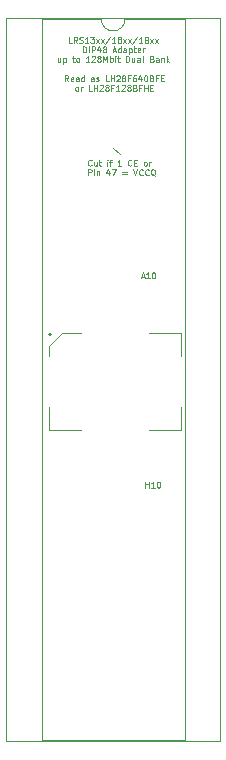
<source format=gbr>
%TF.GenerationSoftware,KiCad,Pcbnew,8.0.3*%
%TF.CreationDate,2024-11-10T13:10:44-08:00*%
%TF.ProjectId,LCSP072rev2,4c435350-3037-4327-9265-76322e6b6963,rev?*%
%TF.SameCoordinates,Original*%
%TF.FileFunction,Legend,Top*%
%TF.FilePolarity,Positive*%
%FSLAX46Y46*%
G04 Gerber Fmt 4.6, Leading zero omitted, Abs format (unit mm)*
G04 Created by KiCad (PCBNEW 8.0.3) date 2024-11-10 13:10:44*
%MOMM*%
%LPD*%
G01*
G04 APERTURE LIST*
%ADD10C,0.100000*%
%ADD11C,0.075000*%
%ADD12C,0.120000*%
%ADD13C,0.200000*%
G04 APERTURE END LIST*
D10*
X128825000Y-77175000D02*
X129400000Y-77700000D01*
D11*
X125044049Y-71529937D02*
X124877383Y-71291842D01*
X124758335Y-71529937D02*
X124758335Y-71029937D01*
X124758335Y-71029937D02*
X124948811Y-71029937D01*
X124948811Y-71029937D02*
X124996430Y-71053747D01*
X124996430Y-71053747D02*
X125020240Y-71077556D01*
X125020240Y-71077556D02*
X125044049Y-71125175D01*
X125044049Y-71125175D02*
X125044049Y-71196604D01*
X125044049Y-71196604D02*
X125020240Y-71244223D01*
X125020240Y-71244223D02*
X124996430Y-71268032D01*
X124996430Y-71268032D02*
X124948811Y-71291842D01*
X124948811Y-71291842D02*
X124758335Y-71291842D01*
X125448811Y-71506128D02*
X125401192Y-71529937D01*
X125401192Y-71529937D02*
X125305954Y-71529937D01*
X125305954Y-71529937D02*
X125258335Y-71506128D01*
X125258335Y-71506128D02*
X125234526Y-71458508D01*
X125234526Y-71458508D02*
X125234526Y-71268032D01*
X125234526Y-71268032D02*
X125258335Y-71220413D01*
X125258335Y-71220413D02*
X125305954Y-71196604D01*
X125305954Y-71196604D02*
X125401192Y-71196604D01*
X125401192Y-71196604D02*
X125448811Y-71220413D01*
X125448811Y-71220413D02*
X125472621Y-71268032D01*
X125472621Y-71268032D02*
X125472621Y-71315651D01*
X125472621Y-71315651D02*
X125234526Y-71363270D01*
X125901192Y-71529937D02*
X125901192Y-71268032D01*
X125901192Y-71268032D02*
X125877382Y-71220413D01*
X125877382Y-71220413D02*
X125829763Y-71196604D01*
X125829763Y-71196604D02*
X125734525Y-71196604D01*
X125734525Y-71196604D02*
X125686906Y-71220413D01*
X125901192Y-71506128D02*
X125853573Y-71529937D01*
X125853573Y-71529937D02*
X125734525Y-71529937D01*
X125734525Y-71529937D02*
X125686906Y-71506128D01*
X125686906Y-71506128D02*
X125663097Y-71458508D01*
X125663097Y-71458508D02*
X125663097Y-71410889D01*
X125663097Y-71410889D02*
X125686906Y-71363270D01*
X125686906Y-71363270D02*
X125734525Y-71339461D01*
X125734525Y-71339461D02*
X125853573Y-71339461D01*
X125853573Y-71339461D02*
X125901192Y-71315651D01*
X126353573Y-71529937D02*
X126353573Y-71029937D01*
X126353573Y-71506128D02*
X126305954Y-71529937D01*
X126305954Y-71529937D02*
X126210716Y-71529937D01*
X126210716Y-71529937D02*
X126163097Y-71506128D01*
X126163097Y-71506128D02*
X126139287Y-71482318D01*
X126139287Y-71482318D02*
X126115478Y-71434699D01*
X126115478Y-71434699D02*
X126115478Y-71291842D01*
X126115478Y-71291842D02*
X126139287Y-71244223D01*
X126139287Y-71244223D02*
X126163097Y-71220413D01*
X126163097Y-71220413D02*
X126210716Y-71196604D01*
X126210716Y-71196604D02*
X126305954Y-71196604D01*
X126305954Y-71196604D02*
X126353573Y-71220413D01*
X127186906Y-71529937D02*
X127186906Y-71268032D01*
X127186906Y-71268032D02*
X127163096Y-71220413D01*
X127163096Y-71220413D02*
X127115477Y-71196604D01*
X127115477Y-71196604D02*
X127020239Y-71196604D01*
X127020239Y-71196604D02*
X126972620Y-71220413D01*
X127186906Y-71506128D02*
X127139287Y-71529937D01*
X127139287Y-71529937D02*
X127020239Y-71529937D01*
X127020239Y-71529937D02*
X126972620Y-71506128D01*
X126972620Y-71506128D02*
X126948811Y-71458508D01*
X126948811Y-71458508D02*
X126948811Y-71410889D01*
X126948811Y-71410889D02*
X126972620Y-71363270D01*
X126972620Y-71363270D02*
X127020239Y-71339461D01*
X127020239Y-71339461D02*
X127139287Y-71339461D01*
X127139287Y-71339461D02*
X127186906Y-71315651D01*
X127401192Y-71506128D02*
X127448811Y-71529937D01*
X127448811Y-71529937D02*
X127544049Y-71529937D01*
X127544049Y-71529937D02*
X127591668Y-71506128D01*
X127591668Y-71506128D02*
X127615477Y-71458508D01*
X127615477Y-71458508D02*
X127615477Y-71434699D01*
X127615477Y-71434699D02*
X127591668Y-71387080D01*
X127591668Y-71387080D02*
X127544049Y-71363270D01*
X127544049Y-71363270D02*
X127472620Y-71363270D01*
X127472620Y-71363270D02*
X127425001Y-71339461D01*
X127425001Y-71339461D02*
X127401192Y-71291842D01*
X127401192Y-71291842D02*
X127401192Y-71268032D01*
X127401192Y-71268032D02*
X127425001Y-71220413D01*
X127425001Y-71220413D02*
X127472620Y-71196604D01*
X127472620Y-71196604D02*
X127544049Y-71196604D01*
X127544049Y-71196604D02*
X127591668Y-71220413D01*
X128448810Y-71529937D02*
X128210715Y-71529937D01*
X128210715Y-71529937D02*
X128210715Y-71029937D01*
X128615477Y-71529937D02*
X128615477Y-71029937D01*
X128615477Y-71268032D02*
X128901191Y-71268032D01*
X128901191Y-71529937D02*
X128901191Y-71029937D01*
X129115478Y-71077556D02*
X129139287Y-71053747D01*
X129139287Y-71053747D02*
X129186906Y-71029937D01*
X129186906Y-71029937D02*
X129305954Y-71029937D01*
X129305954Y-71029937D02*
X129353573Y-71053747D01*
X129353573Y-71053747D02*
X129377382Y-71077556D01*
X129377382Y-71077556D02*
X129401192Y-71125175D01*
X129401192Y-71125175D02*
X129401192Y-71172794D01*
X129401192Y-71172794D02*
X129377382Y-71244223D01*
X129377382Y-71244223D02*
X129091668Y-71529937D01*
X129091668Y-71529937D02*
X129401192Y-71529937D01*
X129686906Y-71244223D02*
X129639287Y-71220413D01*
X129639287Y-71220413D02*
X129615477Y-71196604D01*
X129615477Y-71196604D02*
X129591668Y-71148985D01*
X129591668Y-71148985D02*
X129591668Y-71125175D01*
X129591668Y-71125175D02*
X129615477Y-71077556D01*
X129615477Y-71077556D02*
X129639287Y-71053747D01*
X129639287Y-71053747D02*
X129686906Y-71029937D01*
X129686906Y-71029937D02*
X129782144Y-71029937D01*
X129782144Y-71029937D02*
X129829763Y-71053747D01*
X129829763Y-71053747D02*
X129853572Y-71077556D01*
X129853572Y-71077556D02*
X129877382Y-71125175D01*
X129877382Y-71125175D02*
X129877382Y-71148985D01*
X129877382Y-71148985D02*
X129853572Y-71196604D01*
X129853572Y-71196604D02*
X129829763Y-71220413D01*
X129829763Y-71220413D02*
X129782144Y-71244223D01*
X129782144Y-71244223D02*
X129686906Y-71244223D01*
X129686906Y-71244223D02*
X129639287Y-71268032D01*
X129639287Y-71268032D02*
X129615477Y-71291842D01*
X129615477Y-71291842D02*
X129591668Y-71339461D01*
X129591668Y-71339461D02*
X129591668Y-71434699D01*
X129591668Y-71434699D02*
X129615477Y-71482318D01*
X129615477Y-71482318D02*
X129639287Y-71506128D01*
X129639287Y-71506128D02*
X129686906Y-71529937D01*
X129686906Y-71529937D02*
X129782144Y-71529937D01*
X129782144Y-71529937D02*
X129829763Y-71506128D01*
X129829763Y-71506128D02*
X129853572Y-71482318D01*
X129853572Y-71482318D02*
X129877382Y-71434699D01*
X129877382Y-71434699D02*
X129877382Y-71339461D01*
X129877382Y-71339461D02*
X129853572Y-71291842D01*
X129853572Y-71291842D02*
X129829763Y-71268032D01*
X129829763Y-71268032D02*
X129782144Y-71244223D01*
X130258334Y-71268032D02*
X130091667Y-71268032D01*
X130091667Y-71529937D02*
X130091667Y-71029937D01*
X130091667Y-71029937D02*
X130329762Y-71029937D01*
X130734524Y-71029937D02*
X130639286Y-71029937D01*
X130639286Y-71029937D02*
X130591667Y-71053747D01*
X130591667Y-71053747D02*
X130567857Y-71077556D01*
X130567857Y-71077556D02*
X130520238Y-71148985D01*
X130520238Y-71148985D02*
X130496429Y-71244223D01*
X130496429Y-71244223D02*
X130496429Y-71434699D01*
X130496429Y-71434699D02*
X130520238Y-71482318D01*
X130520238Y-71482318D02*
X130544048Y-71506128D01*
X130544048Y-71506128D02*
X130591667Y-71529937D01*
X130591667Y-71529937D02*
X130686905Y-71529937D01*
X130686905Y-71529937D02*
X130734524Y-71506128D01*
X130734524Y-71506128D02*
X130758333Y-71482318D01*
X130758333Y-71482318D02*
X130782143Y-71434699D01*
X130782143Y-71434699D02*
X130782143Y-71315651D01*
X130782143Y-71315651D02*
X130758333Y-71268032D01*
X130758333Y-71268032D02*
X130734524Y-71244223D01*
X130734524Y-71244223D02*
X130686905Y-71220413D01*
X130686905Y-71220413D02*
X130591667Y-71220413D01*
X130591667Y-71220413D02*
X130544048Y-71244223D01*
X130544048Y-71244223D02*
X130520238Y-71268032D01*
X130520238Y-71268032D02*
X130496429Y-71315651D01*
X131210714Y-71196604D02*
X131210714Y-71529937D01*
X131091666Y-71006128D02*
X130972619Y-71363270D01*
X130972619Y-71363270D02*
X131282142Y-71363270D01*
X131567856Y-71029937D02*
X131615475Y-71029937D01*
X131615475Y-71029937D02*
X131663094Y-71053747D01*
X131663094Y-71053747D02*
X131686904Y-71077556D01*
X131686904Y-71077556D02*
X131710713Y-71125175D01*
X131710713Y-71125175D02*
X131734523Y-71220413D01*
X131734523Y-71220413D02*
X131734523Y-71339461D01*
X131734523Y-71339461D02*
X131710713Y-71434699D01*
X131710713Y-71434699D02*
X131686904Y-71482318D01*
X131686904Y-71482318D02*
X131663094Y-71506128D01*
X131663094Y-71506128D02*
X131615475Y-71529937D01*
X131615475Y-71529937D02*
X131567856Y-71529937D01*
X131567856Y-71529937D02*
X131520237Y-71506128D01*
X131520237Y-71506128D02*
X131496428Y-71482318D01*
X131496428Y-71482318D02*
X131472618Y-71434699D01*
X131472618Y-71434699D02*
X131448809Y-71339461D01*
X131448809Y-71339461D02*
X131448809Y-71220413D01*
X131448809Y-71220413D02*
X131472618Y-71125175D01*
X131472618Y-71125175D02*
X131496428Y-71077556D01*
X131496428Y-71077556D02*
X131520237Y-71053747D01*
X131520237Y-71053747D02*
X131567856Y-71029937D01*
X132115475Y-71268032D02*
X132186903Y-71291842D01*
X132186903Y-71291842D02*
X132210713Y-71315651D01*
X132210713Y-71315651D02*
X132234522Y-71363270D01*
X132234522Y-71363270D02*
X132234522Y-71434699D01*
X132234522Y-71434699D02*
X132210713Y-71482318D01*
X132210713Y-71482318D02*
X132186903Y-71506128D01*
X132186903Y-71506128D02*
X132139284Y-71529937D01*
X132139284Y-71529937D02*
X131948808Y-71529937D01*
X131948808Y-71529937D02*
X131948808Y-71029937D01*
X131948808Y-71029937D02*
X132115475Y-71029937D01*
X132115475Y-71029937D02*
X132163094Y-71053747D01*
X132163094Y-71053747D02*
X132186903Y-71077556D01*
X132186903Y-71077556D02*
X132210713Y-71125175D01*
X132210713Y-71125175D02*
X132210713Y-71172794D01*
X132210713Y-71172794D02*
X132186903Y-71220413D01*
X132186903Y-71220413D02*
X132163094Y-71244223D01*
X132163094Y-71244223D02*
X132115475Y-71268032D01*
X132115475Y-71268032D02*
X131948808Y-71268032D01*
X132615475Y-71268032D02*
X132448808Y-71268032D01*
X132448808Y-71529937D02*
X132448808Y-71029937D01*
X132448808Y-71029937D02*
X132686903Y-71029937D01*
X132877379Y-71268032D02*
X133044046Y-71268032D01*
X133115474Y-71529937D02*
X132877379Y-71529937D01*
X132877379Y-71529937D02*
X132877379Y-71029937D01*
X132877379Y-71029937D02*
X133115474Y-71029937D01*
X125722620Y-72334909D02*
X125675001Y-72311100D01*
X125675001Y-72311100D02*
X125651191Y-72287290D01*
X125651191Y-72287290D02*
X125627382Y-72239671D01*
X125627382Y-72239671D02*
X125627382Y-72096814D01*
X125627382Y-72096814D02*
X125651191Y-72049195D01*
X125651191Y-72049195D02*
X125675001Y-72025385D01*
X125675001Y-72025385D02*
X125722620Y-72001576D01*
X125722620Y-72001576D02*
X125794048Y-72001576D01*
X125794048Y-72001576D02*
X125841667Y-72025385D01*
X125841667Y-72025385D02*
X125865477Y-72049195D01*
X125865477Y-72049195D02*
X125889286Y-72096814D01*
X125889286Y-72096814D02*
X125889286Y-72239671D01*
X125889286Y-72239671D02*
X125865477Y-72287290D01*
X125865477Y-72287290D02*
X125841667Y-72311100D01*
X125841667Y-72311100D02*
X125794048Y-72334909D01*
X125794048Y-72334909D02*
X125722620Y-72334909D01*
X126103572Y-72334909D02*
X126103572Y-72001576D01*
X126103572Y-72096814D02*
X126127382Y-72049195D01*
X126127382Y-72049195D02*
X126151191Y-72025385D01*
X126151191Y-72025385D02*
X126198810Y-72001576D01*
X126198810Y-72001576D02*
X126246429Y-72001576D01*
X127032143Y-72334909D02*
X126794048Y-72334909D01*
X126794048Y-72334909D02*
X126794048Y-71834909D01*
X127198810Y-72334909D02*
X127198810Y-71834909D01*
X127198810Y-72073004D02*
X127484524Y-72073004D01*
X127484524Y-72334909D02*
X127484524Y-71834909D01*
X127698811Y-71882528D02*
X127722620Y-71858719D01*
X127722620Y-71858719D02*
X127770239Y-71834909D01*
X127770239Y-71834909D02*
X127889287Y-71834909D01*
X127889287Y-71834909D02*
X127936906Y-71858719D01*
X127936906Y-71858719D02*
X127960715Y-71882528D01*
X127960715Y-71882528D02*
X127984525Y-71930147D01*
X127984525Y-71930147D02*
X127984525Y-71977766D01*
X127984525Y-71977766D02*
X127960715Y-72049195D01*
X127960715Y-72049195D02*
X127675001Y-72334909D01*
X127675001Y-72334909D02*
X127984525Y-72334909D01*
X128270239Y-72049195D02*
X128222620Y-72025385D01*
X128222620Y-72025385D02*
X128198810Y-72001576D01*
X128198810Y-72001576D02*
X128175001Y-71953957D01*
X128175001Y-71953957D02*
X128175001Y-71930147D01*
X128175001Y-71930147D02*
X128198810Y-71882528D01*
X128198810Y-71882528D02*
X128222620Y-71858719D01*
X128222620Y-71858719D02*
X128270239Y-71834909D01*
X128270239Y-71834909D02*
X128365477Y-71834909D01*
X128365477Y-71834909D02*
X128413096Y-71858719D01*
X128413096Y-71858719D02*
X128436905Y-71882528D01*
X128436905Y-71882528D02*
X128460715Y-71930147D01*
X128460715Y-71930147D02*
X128460715Y-71953957D01*
X128460715Y-71953957D02*
X128436905Y-72001576D01*
X128436905Y-72001576D02*
X128413096Y-72025385D01*
X128413096Y-72025385D02*
X128365477Y-72049195D01*
X128365477Y-72049195D02*
X128270239Y-72049195D01*
X128270239Y-72049195D02*
X128222620Y-72073004D01*
X128222620Y-72073004D02*
X128198810Y-72096814D01*
X128198810Y-72096814D02*
X128175001Y-72144433D01*
X128175001Y-72144433D02*
X128175001Y-72239671D01*
X128175001Y-72239671D02*
X128198810Y-72287290D01*
X128198810Y-72287290D02*
X128222620Y-72311100D01*
X128222620Y-72311100D02*
X128270239Y-72334909D01*
X128270239Y-72334909D02*
X128365477Y-72334909D01*
X128365477Y-72334909D02*
X128413096Y-72311100D01*
X128413096Y-72311100D02*
X128436905Y-72287290D01*
X128436905Y-72287290D02*
X128460715Y-72239671D01*
X128460715Y-72239671D02*
X128460715Y-72144433D01*
X128460715Y-72144433D02*
X128436905Y-72096814D01*
X128436905Y-72096814D02*
X128413096Y-72073004D01*
X128413096Y-72073004D02*
X128365477Y-72049195D01*
X128841667Y-72073004D02*
X128675000Y-72073004D01*
X128675000Y-72334909D02*
X128675000Y-71834909D01*
X128675000Y-71834909D02*
X128913095Y-71834909D01*
X129365476Y-72334909D02*
X129079762Y-72334909D01*
X129222619Y-72334909D02*
X129222619Y-71834909D01*
X129222619Y-71834909D02*
X129175000Y-71906338D01*
X129175000Y-71906338D02*
X129127381Y-71953957D01*
X129127381Y-71953957D02*
X129079762Y-71977766D01*
X129555952Y-71882528D02*
X129579761Y-71858719D01*
X129579761Y-71858719D02*
X129627380Y-71834909D01*
X129627380Y-71834909D02*
X129746428Y-71834909D01*
X129746428Y-71834909D02*
X129794047Y-71858719D01*
X129794047Y-71858719D02*
X129817856Y-71882528D01*
X129817856Y-71882528D02*
X129841666Y-71930147D01*
X129841666Y-71930147D02*
X129841666Y-71977766D01*
X129841666Y-71977766D02*
X129817856Y-72049195D01*
X129817856Y-72049195D02*
X129532142Y-72334909D01*
X129532142Y-72334909D02*
X129841666Y-72334909D01*
X130127380Y-72049195D02*
X130079761Y-72025385D01*
X130079761Y-72025385D02*
X130055951Y-72001576D01*
X130055951Y-72001576D02*
X130032142Y-71953957D01*
X130032142Y-71953957D02*
X130032142Y-71930147D01*
X130032142Y-71930147D02*
X130055951Y-71882528D01*
X130055951Y-71882528D02*
X130079761Y-71858719D01*
X130079761Y-71858719D02*
X130127380Y-71834909D01*
X130127380Y-71834909D02*
X130222618Y-71834909D01*
X130222618Y-71834909D02*
X130270237Y-71858719D01*
X130270237Y-71858719D02*
X130294046Y-71882528D01*
X130294046Y-71882528D02*
X130317856Y-71930147D01*
X130317856Y-71930147D02*
X130317856Y-71953957D01*
X130317856Y-71953957D02*
X130294046Y-72001576D01*
X130294046Y-72001576D02*
X130270237Y-72025385D01*
X130270237Y-72025385D02*
X130222618Y-72049195D01*
X130222618Y-72049195D02*
X130127380Y-72049195D01*
X130127380Y-72049195D02*
X130079761Y-72073004D01*
X130079761Y-72073004D02*
X130055951Y-72096814D01*
X130055951Y-72096814D02*
X130032142Y-72144433D01*
X130032142Y-72144433D02*
X130032142Y-72239671D01*
X130032142Y-72239671D02*
X130055951Y-72287290D01*
X130055951Y-72287290D02*
X130079761Y-72311100D01*
X130079761Y-72311100D02*
X130127380Y-72334909D01*
X130127380Y-72334909D02*
X130222618Y-72334909D01*
X130222618Y-72334909D02*
X130270237Y-72311100D01*
X130270237Y-72311100D02*
X130294046Y-72287290D01*
X130294046Y-72287290D02*
X130317856Y-72239671D01*
X130317856Y-72239671D02*
X130317856Y-72144433D01*
X130317856Y-72144433D02*
X130294046Y-72096814D01*
X130294046Y-72096814D02*
X130270237Y-72073004D01*
X130270237Y-72073004D02*
X130222618Y-72049195D01*
X130698808Y-72073004D02*
X130770236Y-72096814D01*
X130770236Y-72096814D02*
X130794046Y-72120623D01*
X130794046Y-72120623D02*
X130817855Y-72168242D01*
X130817855Y-72168242D02*
X130817855Y-72239671D01*
X130817855Y-72239671D02*
X130794046Y-72287290D01*
X130794046Y-72287290D02*
X130770236Y-72311100D01*
X130770236Y-72311100D02*
X130722617Y-72334909D01*
X130722617Y-72334909D02*
X130532141Y-72334909D01*
X130532141Y-72334909D02*
X130532141Y-71834909D01*
X130532141Y-71834909D02*
X130698808Y-71834909D01*
X130698808Y-71834909D02*
X130746427Y-71858719D01*
X130746427Y-71858719D02*
X130770236Y-71882528D01*
X130770236Y-71882528D02*
X130794046Y-71930147D01*
X130794046Y-71930147D02*
X130794046Y-71977766D01*
X130794046Y-71977766D02*
X130770236Y-72025385D01*
X130770236Y-72025385D02*
X130746427Y-72049195D01*
X130746427Y-72049195D02*
X130698808Y-72073004D01*
X130698808Y-72073004D02*
X130532141Y-72073004D01*
X131198808Y-72073004D02*
X131032141Y-72073004D01*
X131032141Y-72334909D02*
X131032141Y-71834909D01*
X131032141Y-71834909D02*
X131270236Y-71834909D01*
X131460712Y-72334909D02*
X131460712Y-71834909D01*
X131460712Y-72073004D02*
X131746426Y-72073004D01*
X131746426Y-72334909D02*
X131746426Y-71834909D01*
X131984522Y-72073004D02*
X132151189Y-72073004D01*
X132222617Y-72334909D02*
X131984522Y-72334909D01*
X131984522Y-72334909D02*
X131984522Y-71834909D01*
X131984522Y-71834909D02*
X132222617Y-71834909D01*
X125338095Y-68274965D02*
X125100000Y-68274965D01*
X125100000Y-68274965D02*
X125100000Y-67774965D01*
X125790476Y-68274965D02*
X125623810Y-68036870D01*
X125504762Y-68274965D02*
X125504762Y-67774965D01*
X125504762Y-67774965D02*
X125695238Y-67774965D01*
X125695238Y-67774965D02*
X125742857Y-67798775D01*
X125742857Y-67798775D02*
X125766667Y-67822584D01*
X125766667Y-67822584D02*
X125790476Y-67870203D01*
X125790476Y-67870203D02*
X125790476Y-67941632D01*
X125790476Y-67941632D02*
X125766667Y-67989251D01*
X125766667Y-67989251D02*
X125742857Y-68013060D01*
X125742857Y-68013060D02*
X125695238Y-68036870D01*
X125695238Y-68036870D02*
X125504762Y-68036870D01*
X125980953Y-68251156D02*
X126052381Y-68274965D01*
X126052381Y-68274965D02*
X126171429Y-68274965D01*
X126171429Y-68274965D02*
X126219048Y-68251156D01*
X126219048Y-68251156D02*
X126242857Y-68227346D01*
X126242857Y-68227346D02*
X126266667Y-68179727D01*
X126266667Y-68179727D02*
X126266667Y-68132108D01*
X126266667Y-68132108D02*
X126242857Y-68084489D01*
X126242857Y-68084489D02*
X126219048Y-68060679D01*
X126219048Y-68060679D02*
X126171429Y-68036870D01*
X126171429Y-68036870D02*
X126076191Y-68013060D01*
X126076191Y-68013060D02*
X126028572Y-67989251D01*
X126028572Y-67989251D02*
X126004762Y-67965441D01*
X126004762Y-67965441D02*
X125980953Y-67917822D01*
X125980953Y-67917822D02*
X125980953Y-67870203D01*
X125980953Y-67870203D02*
X126004762Y-67822584D01*
X126004762Y-67822584D02*
X126028572Y-67798775D01*
X126028572Y-67798775D02*
X126076191Y-67774965D01*
X126076191Y-67774965D02*
X126195238Y-67774965D01*
X126195238Y-67774965D02*
X126266667Y-67798775D01*
X126742857Y-68274965D02*
X126457143Y-68274965D01*
X126600000Y-68274965D02*
X126600000Y-67774965D01*
X126600000Y-67774965D02*
X126552381Y-67846394D01*
X126552381Y-67846394D02*
X126504762Y-67894013D01*
X126504762Y-67894013D02*
X126457143Y-67917822D01*
X126909523Y-67774965D02*
X127219047Y-67774965D01*
X127219047Y-67774965D02*
X127052380Y-67965441D01*
X127052380Y-67965441D02*
X127123809Y-67965441D01*
X127123809Y-67965441D02*
X127171428Y-67989251D01*
X127171428Y-67989251D02*
X127195237Y-68013060D01*
X127195237Y-68013060D02*
X127219047Y-68060679D01*
X127219047Y-68060679D02*
X127219047Y-68179727D01*
X127219047Y-68179727D02*
X127195237Y-68227346D01*
X127195237Y-68227346D02*
X127171428Y-68251156D01*
X127171428Y-68251156D02*
X127123809Y-68274965D01*
X127123809Y-68274965D02*
X126980952Y-68274965D01*
X126980952Y-68274965D02*
X126933333Y-68251156D01*
X126933333Y-68251156D02*
X126909523Y-68227346D01*
X127385713Y-68274965D02*
X127647618Y-67941632D01*
X127385713Y-67941632D02*
X127647618Y-68274965D01*
X127790475Y-68274965D02*
X128052380Y-67941632D01*
X127790475Y-67941632D02*
X128052380Y-68274965D01*
X128599999Y-67751156D02*
X128171428Y-68394013D01*
X129028571Y-68274965D02*
X128742857Y-68274965D01*
X128885714Y-68274965D02*
X128885714Y-67774965D01*
X128885714Y-67774965D02*
X128838095Y-67846394D01*
X128838095Y-67846394D02*
X128790476Y-67894013D01*
X128790476Y-67894013D02*
X128742857Y-67917822D01*
X129314285Y-67989251D02*
X129266666Y-67965441D01*
X129266666Y-67965441D02*
X129242856Y-67941632D01*
X129242856Y-67941632D02*
X129219047Y-67894013D01*
X129219047Y-67894013D02*
X129219047Y-67870203D01*
X129219047Y-67870203D02*
X129242856Y-67822584D01*
X129242856Y-67822584D02*
X129266666Y-67798775D01*
X129266666Y-67798775D02*
X129314285Y-67774965D01*
X129314285Y-67774965D02*
X129409523Y-67774965D01*
X129409523Y-67774965D02*
X129457142Y-67798775D01*
X129457142Y-67798775D02*
X129480951Y-67822584D01*
X129480951Y-67822584D02*
X129504761Y-67870203D01*
X129504761Y-67870203D02*
X129504761Y-67894013D01*
X129504761Y-67894013D02*
X129480951Y-67941632D01*
X129480951Y-67941632D02*
X129457142Y-67965441D01*
X129457142Y-67965441D02*
X129409523Y-67989251D01*
X129409523Y-67989251D02*
X129314285Y-67989251D01*
X129314285Y-67989251D02*
X129266666Y-68013060D01*
X129266666Y-68013060D02*
X129242856Y-68036870D01*
X129242856Y-68036870D02*
X129219047Y-68084489D01*
X129219047Y-68084489D02*
X129219047Y-68179727D01*
X129219047Y-68179727D02*
X129242856Y-68227346D01*
X129242856Y-68227346D02*
X129266666Y-68251156D01*
X129266666Y-68251156D02*
X129314285Y-68274965D01*
X129314285Y-68274965D02*
X129409523Y-68274965D01*
X129409523Y-68274965D02*
X129457142Y-68251156D01*
X129457142Y-68251156D02*
X129480951Y-68227346D01*
X129480951Y-68227346D02*
X129504761Y-68179727D01*
X129504761Y-68179727D02*
X129504761Y-68084489D01*
X129504761Y-68084489D02*
X129480951Y-68036870D01*
X129480951Y-68036870D02*
X129457142Y-68013060D01*
X129457142Y-68013060D02*
X129409523Y-67989251D01*
X129671427Y-68274965D02*
X129933332Y-67941632D01*
X129671427Y-67941632D02*
X129933332Y-68274965D01*
X130076189Y-68274965D02*
X130338094Y-67941632D01*
X130076189Y-67941632D02*
X130338094Y-68274965D01*
X130885713Y-67751156D02*
X130457142Y-68394013D01*
X131314285Y-68274965D02*
X131028571Y-68274965D01*
X131171428Y-68274965D02*
X131171428Y-67774965D01*
X131171428Y-67774965D02*
X131123809Y-67846394D01*
X131123809Y-67846394D02*
X131076190Y-67894013D01*
X131076190Y-67894013D02*
X131028571Y-67917822D01*
X131695237Y-68013060D02*
X131766665Y-68036870D01*
X131766665Y-68036870D02*
X131790475Y-68060679D01*
X131790475Y-68060679D02*
X131814284Y-68108298D01*
X131814284Y-68108298D02*
X131814284Y-68179727D01*
X131814284Y-68179727D02*
X131790475Y-68227346D01*
X131790475Y-68227346D02*
X131766665Y-68251156D01*
X131766665Y-68251156D02*
X131719046Y-68274965D01*
X131719046Y-68274965D02*
X131528570Y-68274965D01*
X131528570Y-68274965D02*
X131528570Y-67774965D01*
X131528570Y-67774965D02*
X131695237Y-67774965D01*
X131695237Y-67774965D02*
X131742856Y-67798775D01*
X131742856Y-67798775D02*
X131766665Y-67822584D01*
X131766665Y-67822584D02*
X131790475Y-67870203D01*
X131790475Y-67870203D02*
X131790475Y-67917822D01*
X131790475Y-67917822D02*
X131766665Y-67965441D01*
X131766665Y-67965441D02*
X131742856Y-67989251D01*
X131742856Y-67989251D02*
X131695237Y-68013060D01*
X131695237Y-68013060D02*
X131528570Y-68013060D01*
X131980951Y-68274965D02*
X132242856Y-67941632D01*
X131980951Y-67941632D02*
X132242856Y-68274965D01*
X132385713Y-68274965D02*
X132647618Y-67941632D01*
X132385713Y-67941632D02*
X132647618Y-68274965D01*
X126278572Y-69079937D02*
X126278572Y-68579937D01*
X126278572Y-68579937D02*
X126397620Y-68579937D01*
X126397620Y-68579937D02*
X126469048Y-68603747D01*
X126469048Y-68603747D02*
X126516667Y-68651366D01*
X126516667Y-68651366D02*
X126540477Y-68698985D01*
X126540477Y-68698985D02*
X126564286Y-68794223D01*
X126564286Y-68794223D02*
X126564286Y-68865651D01*
X126564286Y-68865651D02*
X126540477Y-68960889D01*
X126540477Y-68960889D02*
X126516667Y-69008508D01*
X126516667Y-69008508D02*
X126469048Y-69056128D01*
X126469048Y-69056128D02*
X126397620Y-69079937D01*
X126397620Y-69079937D02*
X126278572Y-69079937D01*
X126778572Y-69079937D02*
X126778572Y-68579937D01*
X127016667Y-69079937D02*
X127016667Y-68579937D01*
X127016667Y-68579937D02*
X127207143Y-68579937D01*
X127207143Y-68579937D02*
X127254762Y-68603747D01*
X127254762Y-68603747D02*
X127278572Y-68627556D01*
X127278572Y-68627556D02*
X127302381Y-68675175D01*
X127302381Y-68675175D02*
X127302381Y-68746604D01*
X127302381Y-68746604D02*
X127278572Y-68794223D01*
X127278572Y-68794223D02*
X127254762Y-68818032D01*
X127254762Y-68818032D02*
X127207143Y-68841842D01*
X127207143Y-68841842D02*
X127016667Y-68841842D01*
X127730953Y-68746604D02*
X127730953Y-69079937D01*
X127611905Y-68556128D02*
X127492858Y-68913270D01*
X127492858Y-68913270D02*
X127802381Y-68913270D01*
X128064286Y-68794223D02*
X128016667Y-68770413D01*
X128016667Y-68770413D02*
X127992857Y-68746604D01*
X127992857Y-68746604D02*
X127969048Y-68698985D01*
X127969048Y-68698985D02*
X127969048Y-68675175D01*
X127969048Y-68675175D02*
X127992857Y-68627556D01*
X127992857Y-68627556D02*
X128016667Y-68603747D01*
X128016667Y-68603747D02*
X128064286Y-68579937D01*
X128064286Y-68579937D02*
X128159524Y-68579937D01*
X128159524Y-68579937D02*
X128207143Y-68603747D01*
X128207143Y-68603747D02*
X128230952Y-68627556D01*
X128230952Y-68627556D02*
X128254762Y-68675175D01*
X128254762Y-68675175D02*
X128254762Y-68698985D01*
X128254762Y-68698985D02*
X128230952Y-68746604D01*
X128230952Y-68746604D02*
X128207143Y-68770413D01*
X128207143Y-68770413D02*
X128159524Y-68794223D01*
X128159524Y-68794223D02*
X128064286Y-68794223D01*
X128064286Y-68794223D02*
X128016667Y-68818032D01*
X128016667Y-68818032D02*
X127992857Y-68841842D01*
X127992857Y-68841842D02*
X127969048Y-68889461D01*
X127969048Y-68889461D02*
X127969048Y-68984699D01*
X127969048Y-68984699D02*
X127992857Y-69032318D01*
X127992857Y-69032318D02*
X128016667Y-69056128D01*
X128016667Y-69056128D02*
X128064286Y-69079937D01*
X128064286Y-69079937D02*
X128159524Y-69079937D01*
X128159524Y-69079937D02*
X128207143Y-69056128D01*
X128207143Y-69056128D02*
X128230952Y-69032318D01*
X128230952Y-69032318D02*
X128254762Y-68984699D01*
X128254762Y-68984699D02*
X128254762Y-68889461D01*
X128254762Y-68889461D02*
X128230952Y-68841842D01*
X128230952Y-68841842D02*
X128207143Y-68818032D01*
X128207143Y-68818032D02*
X128159524Y-68794223D01*
X128826190Y-68937080D02*
X129064285Y-68937080D01*
X128778571Y-69079937D02*
X128945237Y-68579937D01*
X128945237Y-68579937D02*
X129111904Y-69079937D01*
X129492856Y-69079937D02*
X129492856Y-68579937D01*
X129492856Y-69056128D02*
X129445237Y-69079937D01*
X129445237Y-69079937D02*
X129349999Y-69079937D01*
X129349999Y-69079937D02*
X129302380Y-69056128D01*
X129302380Y-69056128D02*
X129278570Y-69032318D01*
X129278570Y-69032318D02*
X129254761Y-68984699D01*
X129254761Y-68984699D02*
X129254761Y-68841842D01*
X129254761Y-68841842D02*
X129278570Y-68794223D01*
X129278570Y-68794223D02*
X129302380Y-68770413D01*
X129302380Y-68770413D02*
X129349999Y-68746604D01*
X129349999Y-68746604D02*
X129445237Y-68746604D01*
X129445237Y-68746604D02*
X129492856Y-68770413D01*
X129945237Y-69079937D02*
X129945237Y-68818032D01*
X129945237Y-68818032D02*
X129921427Y-68770413D01*
X129921427Y-68770413D02*
X129873808Y-68746604D01*
X129873808Y-68746604D02*
X129778570Y-68746604D01*
X129778570Y-68746604D02*
X129730951Y-68770413D01*
X129945237Y-69056128D02*
X129897618Y-69079937D01*
X129897618Y-69079937D02*
X129778570Y-69079937D01*
X129778570Y-69079937D02*
X129730951Y-69056128D01*
X129730951Y-69056128D02*
X129707142Y-69008508D01*
X129707142Y-69008508D02*
X129707142Y-68960889D01*
X129707142Y-68960889D02*
X129730951Y-68913270D01*
X129730951Y-68913270D02*
X129778570Y-68889461D01*
X129778570Y-68889461D02*
X129897618Y-68889461D01*
X129897618Y-68889461D02*
X129945237Y-68865651D01*
X130183332Y-68746604D02*
X130183332Y-69246604D01*
X130183332Y-68770413D02*
X130230951Y-68746604D01*
X130230951Y-68746604D02*
X130326189Y-68746604D01*
X130326189Y-68746604D02*
X130373808Y-68770413D01*
X130373808Y-68770413D02*
X130397618Y-68794223D01*
X130397618Y-68794223D02*
X130421427Y-68841842D01*
X130421427Y-68841842D02*
X130421427Y-68984699D01*
X130421427Y-68984699D02*
X130397618Y-69032318D01*
X130397618Y-69032318D02*
X130373808Y-69056128D01*
X130373808Y-69056128D02*
X130326189Y-69079937D01*
X130326189Y-69079937D02*
X130230951Y-69079937D01*
X130230951Y-69079937D02*
X130183332Y-69056128D01*
X130564285Y-68746604D02*
X130754761Y-68746604D01*
X130635713Y-68579937D02*
X130635713Y-69008508D01*
X130635713Y-69008508D02*
X130659523Y-69056128D01*
X130659523Y-69056128D02*
X130707142Y-69079937D01*
X130707142Y-69079937D02*
X130754761Y-69079937D01*
X131111903Y-69056128D02*
X131064284Y-69079937D01*
X131064284Y-69079937D02*
X130969046Y-69079937D01*
X130969046Y-69079937D02*
X130921427Y-69056128D01*
X130921427Y-69056128D02*
X130897618Y-69008508D01*
X130897618Y-69008508D02*
X130897618Y-68818032D01*
X130897618Y-68818032D02*
X130921427Y-68770413D01*
X130921427Y-68770413D02*
X130969046Y-68746604D01*
X130969046Y-68746604D02*
X131064284Y-68746604D01*
X131064284Y-68746604D02*
X131111903Y-68770413D01*
X131111903Y-68770413D02*
X131135713Y-68818032D01*
X131135713Y-68818032D02*
X131135713Y-68865651D01*
X131135713Y-68865651D02*
X130897618Y-68913270D01*
X131349998Y-69079937D02*
X131349998Y-68746604D01*
X131349998Y-68841842D02*
X131373808Y-68794223D01*
X131373808Y-68794223D02*
X131397617Y-68770413D01*
X131397617Y-68770413D02*
X131445236Y-68746604D01*
X131445236Y-68746604D02*
X131492855Y-68746604D01*
X124373811Y-69551576D02*
X124373811Y-69884909D01*
X124159525Y-69551576D02*
X124159525Y-69813480D01*
X124159525Y-69813480D02*
X124183335Y-69861100D01*
X124183335Y-69861100D02*
X124230954Y-69884909D01*
X124230954Y-69884909D02*
X124302382Y-69884909D01*
X124302382Y-69884909D02*
X124350001Y-69861100D01*
X124350001Y-69861100D02*
X124373811Y-69837290D01*
X124611906Y-69551576D02*
X124611906Y-70051576D01*
X124611906Y-69575385D02*
X124659525Y-69551576D01*
X124659525Y-69551576D02*
X124754763Y-69551576D01*
X124754763Y-69551576D02*
X124802382Y-69575385D01*
X124802382Y-69575385D02*
X124826192Y-69599195D01*
X124826192Y-69599195D02*
X124850001Y-69646814D01*
X124850001Y-69646814D02*
X124850001Y-69789671D01*
X124850001Y-69789671D02*
X124826192Y-69837290D01*
X124826192Y-69837290D02*
X124802382Y-69861100D01*
X124802382Y-69861100D02*
X124754763Y-69884909D01*
X124754763Y-69884909D02*
X124659525Y-69884909D01*
X124659525Y-69884909D02*
X124611906Y-69861100D01*
X125373811Y-69551576D02*
X125564287Y-69551576D01*
X125445239Y-69384909D02*
X125445239Y-69813480D01*
X125445239Y-69813480D02*
X125469049Y-69861100D01*
X125469049Y-69861100D02*
X125516668Y-69884909D01*
X125516668Y-69884909D02*
X125564287Y-69884909D01*
X125802382Y-69884909D02*
X125754763Y-69861100D01*
X125754763Y-69861100D02*
X125730953Y-69837290D01*
X125730953Y-69837290D02*
X125707144Y-69789671D01*
X125707144Y-69789671D02*
X125707144Y-69646814D01*
X125707144Y-69646814D02*
X125730953Y-69599195D01*
X125730953Y-69599195D02*
X125754763Y-69575385D01*
X125754763Y-69575385D02*
X125802382Y-69551576D01*
X125802382Y-69551576D02*
X125873810Y-69551576D01*
X125873810Y-69551576D02*
X125921429Y-69575385D01*
X125921429Y-69575385D02*
X125945239Y-69599195D01*
X125945239Y-69599195D02*
X125969048Y-69646814D01*
X125969048Y-69646814D02*
X125969048Y-69789671D01*
X125969048Y-69789671D02*
X125945239Y-69837290D01*
X125945239Y-69837290D02*
X125921429Y-69861100D01*
X125921429Y-69861100D02*
X125873810Y-69884909D01*
X125873810Y-69884909D02*
X125802382Y-69884909D01*
X126826191Y-69884909D02*
X126540477Y-69884909D01*
X126683334Y-69884909D02*
X126683334Y-69384909D01*
X126683334Y-69384909D02*
X126635715Y-69456338D01*
X126635715Y-69456338D02*
X126588096Y-69503957D01*
X126588096Y-69503957D02*
X126540477Y-69527766D01*
X127016667Y-69432528D02*
X127040476Y-69408719D01*
X127040476Y-69408719D02*
X127088095Y-69384909D01*
X127088095Y-69384909D02*
X127207143Y-69384909D01*
X127207143Y-69384909D02*
X127254762Y-69408719D01*
X127254762Y-69408719D02*
X127278571Y-69432528D01*
X127278571Y-69432528D02*
X127302381Y-69480147D01*
X127302381Y-69480147D02*
X127302381Y-69527766D01*
X127302381Y-69527766D02*
X127278571Y-69599195D01*
X127278571Y-69599195D02*
X126992857Y-69884909D01*
X126992857Y-69884909D02*
X127302381Y-69884909D01*
X127588095Y-69599195D02*
X127540476Y-69575385D01*
X127540476Y-69575385D02*
X127516666Y-69551576D01*
X127516666Y-69551576D02*
X127492857Y-69503957D01*
X127492857Y-69503957D02*
X127492857Y-69480147D01*
X127492857Y-69480147D02*
X127516666Y-69432528D01*
X127516666Y-69432528D02*
X127540476Y-69408719D01*
X127540476Y-69408719D02*
X127588095Y-69384909D01*
X127588095Y-69384909D02*
X127683333Y-69384909D01*
X127683333Y-69384909D02*
X127730952Y-69408719D01*
X127730952Y-69408719D02*
X127754761Y-69432528D01*
X127754761Y-69432528D02*
X127778571Y-69480147D01*
X127778571Y-69480147D02*
X127778571Y-69503957D01*
X127778571Y-69503957D02*
X127754761Y-69551576D01*
X127754761Y-69551576D02*
X127730952Y-69575385D01*
X127730952Y-69575385D02*
X127683333Y-69599195D01*
X127683333Y-69599195D02*
X127588095Y-69599195D01*
X127588095Y-69599195D02*
X127540476Y-69623004D01*
X127540476Y-69623004D02*
X127516666Y-69646814D01*
X127516666Y-69646814D02*
X127492857Y-69694433D01*
X127492857Y-69694433D02*
X127492857Y-69789671D01*
X127492857Y-69789671D02*
X127516666Y-69837290D01*
X127516666Y-69837290D02*
X127540476Y-69861100D01*
X127540476Y-69861100D02*
X127588095Y-69884909D01*
X127588095Y-69884909D02*
X127683333Y-69884909D01*
X127683333Y-69884909D02*
X127730952Y-69861100D01*
X127730952Y-69861100D02*
X127754761Y-69837290D01*
X127754761Y-69837290D02*
X127778571Y-69789671D01*
X127778571Y-69789671D02*
X127778571Y-69694433D01*
X127778571Y-69694433D02*
X127754761Y-69646814D01*
X127754761Y-69646814D02*
X127730952Y-69623004D01*
X127730952Y-69623004D02*
X127683333Y-69599195D01*
X127992856Y-69884909D02*
X127992856Y-69384909D01*
X127992856Y-69384909D02*
X128159523Y-69742052D01*
X128159523Y-69742052D02*
X128326189Y-69384909D01*
X128326189Y-69384909D02*
X128326189Y-69884909D01*
X128564285Y-69884909D02*
X128564285Y-69384909D01*
X128564285Y-69575385D02*
X128611904Y-69551576D01*
X128611904Y-69551576D02*
X128707142Y-69551576D01*
X128707142Y-69551576D02*
X128754761Y-69575385D01*
X128754761Y-69575385D02*
X128778571Y-69599195D01*
X128778571Y-69599195D02*
X128802380Y-69646814D01*
X128802380Y-69646814D02*
X128802380Y-69789671D01*
X128802380Y-69789671D02*
X128778571Y-69837290D01*
X128778571Y-69837290D02*
X128754761Y-69861100D01*
X128754761Y-69861100D02*
X128707142Y-69884909D01*
X128707142Y-69884909D02*
X128611904Y-69884909D01*
X128611904Y-69884909D02*
X128564285Y-69861100D01*
X129016666Y-69884909D02*
X129016666Y-69551576D01*
X129016666Y-69384909D02*
X128992857Y-69408719D01*
X128992857Y-69408719D02*
X129016666Y-69432528D01*
X129016666Y-69432528D02*
X129040476Y-69408719D01*
X129040476Y-69408719D02*
X129016666Y-69384909D01*
X129016666Y-69384909D02*
X129016666Y-69432528D01*
X129183333Y-69551576D02*
X129373809Y-69551576D01*
X129254761Y-69384909D02*
X129254761Y-69813480D01*
X129254761Y-69813480D02*
X129278571Y-69861100D01*
X129278571Y-69861100D02*
X129326190Y-69884909D01*
X129326190Y-69884909D02*
X129373809Y-69884909D01*
X129921427Y-69884909D02*
X129921427Y-69384909D01*
X129921427Y-69384909D02*
X130040475Y-69384909D01*
X130040475Y-69384909D02*
X130111903Y-69408719D01*
X130111903Y-69408719D02*
X130159522Y-69456338D01*
X130159522Y-69456338D02*
X130183332Y-69503957D01*
X130183332Y-69503957D02*
X130207141Y-69599195D01*
X130207141Y-69599195D02*
X130207141Y-69670623D01*
X130207141Y-69670623D02*
X130183332Y-69765861D01*
X130183332Y-69765861D02*
X130159522Y-69813480D01*
X130159522Y-69813480D02*
X130111903Y-69861100D01*
X130111903Y-69861100D02*
X130040475Y-69884909D01*
X130040475Y-69884909D02*
X129921427Y-69884909D01*
X130635713Y-69551576D02*
X130635713Y-69884909D01*
X130421427Y-69551576D02*
X130421427Y-69813480D01*
X130421427Y-69813480D02*
X130445237Y-69861100D01*
X130445237Y-69861100D02*
X130492856Y-69884909D01*
X130492856Y-69884909D02*
X130564284Y-69884909D01*
X130564284Y-69884909D02*
X130611903Y-69861100D01*
X130611903Y-69861100D02*
X130635713Y-69837290D01*
X131088094Y-69884909D02*
X131088094Y-69623004D01*
X131088094Y-69623004D02*
X131064284Y-69575385D01*
X131064284Y-69575385D02*
X131016665Y-69551576D01*
X131016665Y-69551576D02*
X130921427Y-69551576D01*
X130921427Y-69551576D02*
X130873808Y-69575385D01*
X131088094Y-69861100D02*
X131040475Y-69884909D01*
X131040475Y-69884909D02*
X130921427Y-69884909D01*
X130921427Y-69884909D02*
X130873808Y-69861100D01*
X130873808Y-69861100D02*
X130849999Y-69813480D01*
X130849999Y-69813480D02*
X130849999Y-69765861D01*
X130849999Y-69765861D02*
X130873808Y-69718242D01*
X130873808Y-69718242D02*
X130921427Y-69694433D01*
X130921427Y-69694433D02*
X131040475Y-69694433D01*
X131040475Y-69694433D02*
X131088094Y-69670623D01*
X131397618Y-69884909D02*
X131349999Y-69861100D01*
X131349999Y-69861100D02*
X131326189Y-69813480D01*
X131326189Y-69813480D02*
X131326189Y-69384909D01*
X132135713Y-69623004D02*
X132207141Y-69646814D01*
X132207141Y-69646814D02*
X132230951Y-69670623D01*
X132230951Y-69670623D02*
X132254760Y-69718242D01*
X132254760Y-69718242D02*
X132254760Y-69789671D01*
X132254760Y-69789671D02*
X132230951Y-69837290D01*
X132230951Y-69837290D02*
X132207141Y-69861100D01*
X132207141Y-69861100D02*
X132159522Y-69884909D01*
X132159522Y-69884909D02*
X131969046Y-69884909D01*
X131969046Y-69884909D02*
X131969046Y-69384909D01*
X131969046Y-69384909D02*
X132135713Y-69384909D01*
X132135713Y-69384909D02*
X132183332Y-69408719D01*
X132183332Y-69408719D02*
X132207141Y-69432528D01*
X132207141Y-69432528D02*
X132230951Y-69480147D01*
X132230951Y-69480147D02*
X132230951Y-69527766D01*
X132230951Y-69527766D02*
X132207141Y-69575385D01*
X132207141Y-69575385D02*
X132183332Y-69599195D01*
X132183332Y-69599195D02*
X132135713Y-69623004D01*
X132135713Y-69623004D02*
X131969046Y-69623004D01*
X132683332Y-69884909D02*
X132683332Y-69623004D01*
X132683332Y-69623004D02*
X132659522Y-69575385D01*
X132659522Y-69575385D02*
X132611903Y-69551576D01*
X132611903Y-69551576D02*
X132516665Y-69551576D01*
X132516665Y-69551576D02*
X132469046Y-69575385D01*
X132683332Y-69861100D02*
X132635713Y-69884909D01*
X132635713Y-69884909D02*
X132516665Y-69884909D01*
X132516665Y-69884909D02*
X132469046Y-69861100D01*
X132469046Y-69861100D02*
X132445237Y-69813480D01*
X132445237Y-69813480D02*
X132445237Y-69765861D01*
X132445237Y-69765861D02*
X132469046Y-69718242D01*
X132469046Y-69718242D02*
X132516665Y-69694433D01*
X132516665Y-69694433D02*
X132635713Y-69694433D01*
X132635713Y-69694433D02*
X132683332Y-69670623D01*
X132921427Y-69551576D02*
X132921427Y-69884909D01*
X132921427Y-69599195D02*
X132945237Y-69575385D01*
X132945237Y-69575385D02*
X132992856Y-69551576D01*
X132992856Y-69551576D02*
X133064284Y-69551576D01*
X133064284Y-69551576D02*
X133111903Y-69575385D01*
X133111903Y-69575385D02*
X133135713Y-69623004D01*
X133135713Y-69623004D02*
X133135713Y-69884909D01*
X133373808Y-69884909D02*
X133373808Y-69384909D01*
X133421427Y-69694433D02*
X133564284Y-69884909D01*
X133564284Y-69551576D02*
X133373808Y-69742052D01*
X127004103Y-78632318D02*
X126980294Y-78656128D01*
X126980294Y-78656128D02*
X126908865Y-78679937D01*
X126908865Y-78679937D02*
X126861246Y-78679937D01*
X126861246Y-78679937D02*
X126789818Y-78656128D01*
X126789818Y-78656128D02*
X126742199Y-78608508D01*
X126742199Y-78608508D02*
X126718389Y-78560889D01*
X126718389Y-78560889D02*
X126694580Y-78465651D01*
X126694580Y-78465651D02*
X126694580Y-78394223D01*
X126694580Y-78394223D02*
X126718389Y-78298985D01*
X126718389Y-78298985D02*
X126742199Y-78251366D01*
X126742199Y-78251366D02*
X126789818Y-78203747D01*
X126789818Y-78203747D02*
X126861246Y-78179937D01*
X126861246Y-78179937D02*
X126908865Y-78179937D01*
X126908865Y-78179937D02*
X126980294Y-78203747D01*
X126980294Y-78203747D02*
X127004103Y-78227556D01*
X127432675Y-78346604D02*
X127432675Y-78679937D01*
X127218389Y-78346604D02*
X127218389Y-78608508D01*
X127218389Y-78608508D02*
X127242199Y-78656128D01*
X127242199Y-78656128D02*
X127289818Y-78679937D01*
X127289818Y-78679937D02*
X127361246Y-78679937D01*
X127361246Y-78679937D02*
X127408865Y-78656128D01*
X127408865Y-78656128D02*
X127432675Y-78632318D01*
X127599342Y-78346604D02*
X127789818Y-78346604D01*
X127670770Y-78179937D02*
X127670770Y-78608508D01*
X127670770Y-78608508D02*
X127694580Y-78656128D01*
X127694580Y-78656128D02*
X127742199Y-78679937D01*
X127742199Y-78679937D02*
X127789818Y-78679937D01*
X128337436Y-78679937D02*
X128337436Y-78346604D01*
X128337436Y-78179937D02*
X128313627Y-78203747D01*
X128313627Y-78203747D02*
X128337436Y-78227556D01*
X128337436Y-78227556D02*
X128361246Y-78203747D01*
X128361246Y-78203747D02*
X128337436Y-78179937D01*
X128337436Y-78179937D02*
X128337436Y-78227556D01*
X128504103Y-78346604D02*
X128694579Y-78346604D01*
X128575531Y-78679937D02*
X128575531Y-78251366D01*
X128575531Y-78251366D02*
X128599341Y-78203747D01*
X128599341Y-78203747D02*
X128646960Y-78179937D01*
X128646960Y-78179937D02*
X128694579Y-78179937D01*
X129504102Y-78679937D02*
X129218388Y-78679937D01*
X129361245Y-78679937D02*
X129361245Y-78179937D01*
X129361245Y-78179937D02*
X129313626Y-78251366D01*
X129313626Y-78251366D02*
X129266007Y-78298985D01*
X129266007Y-78298985D02*
X129218388Y-78322794D01*
X130385053Y-78632318D02*
X130361244Y-78656128D01*
X130361244Y-78656128D02*
X130289815Y-78679937D01*
X130289815Y-78679937D02*
X130242196Y-78679937D01*
X130242196Y-78679937D02*
X130170768Y-78656128D01*
X130170768Y-78656128D02*
X130123149Y-78608508D01*
X130123149Y-78608508D02*
X130099339Y-78560889D01*
X130099339Y-78560889D02*
X130075530Y-78465651D01*
X130075530Y-78465651D02*
X130075530Y-78394223D01*
X130075530Y-78394223D02*
X130099339Y-78298985D01*
X130099339Y-78298985D02*
X130123149Y-78251366D01*
X130123149Y-78251366D02*
X130170768Y-78203747D01*
X130170768Y-78203747D02*
X130242196Y-78179937D01*
X130242196Y-78179937D02*
X130289815Y-78179937D01*
X130289815Y-78179937D02*
X130361244Y-78203747D01*
X130361244Y-78203747D02*
X130385053Y-78227556D01*
X130599339Y-78418032D02*
X130766006Y-78418032D01*
X130837434Y-78679937D02*
X130599339Y-78679937D01*
X130599339Y-78679937D02*
X130599339Y-78179937D01*
X130599339Y-78179937D02*
X130837434Y-78179937D01*
X131504101Y-78679937D02*
X131456482Y-78656128D01*
X131456482Y-78656128D02*
X131432672Y-78632318D01*
X131432672Y-78632318D02*
X131408863Y-78584699D01*
X131408863Y-78584699D02*
X131408863Y-78441842D01*
X131408863Y-78441842D02*
X131432672Y-78394223D01*
X131432672Y-78394223D02*
X131456482Y-78370413D01*
X131456482Y-78370413D02*
X131504101Y-78346604D01*
X131504101Y-78346604D02*
X131575529Y-78346604D01*
X131575529Y-78346604D02*
X131623148Y-78370413D01*
X131623148Y-78370413D02*
X131646958Y-78394223D01*
X131646958Y-78394223D02*
X131670767Y-78441842D01*
X131670767Y-78441842D02*
X131670767Y-78584699D01*
X131670767Y-78584699D02*
X131646958Y-78632318D01*
X131646958Y-78632318D02*
X131623148Y-78656128D01*
X131623148Y-78656128D02*
X131575529Y-78679937D01*
X131575529Y-78679937D02*
X131504101Y-78679937D01*
X131885053Y-78679937D02*
X131885053Y-78346604D01*
X131885053Y-78441842D02*
X131908863Y-78394223D01*
X131908863Y-78394223D02*
X131932672Y-78370413D01*
X131932672Y-78370413D02*
X131980291Y-78346604D01*
X131980291Y-78346604D02*
X132027910Y-78346604D01*
X126718389Y-79484909D02*
X126718389Y-78984909D01*
X126718389Y-78984909D02*
X126908865Y-78984909D01*
X126908865Y-78984909D02*
X126956484Y-79008719D01*
X126956484Y-79008719D02*
X126980294Y-79032528D01*
X126980294Y-79032528D02*
X127004103Y-79080147D01*
X127004103Y-79080147D02*
X127004103Y-79151576D01*
X127004103Y-79151576D02*
X126980294Y-79199195D01*
X126980294Y-79199195D02*
X126956484Y-79223004D01*
X126956484Y-79223004D02*
X126908865Y-79246814D01*
X126908865Y-79246814D02*
X126718389Y-79246814D01*
X127218389Y-79484909D02*
X127218389Y-79151576D01*
X127218389Y-78984909D02*
X127194580Y-79008719D01*
X127194580Y-79008719D02*
X127218389Y-79032528D01*
X127218389Y-79032528D02*
X127242199Y-79008719D01*
X127242199Y-79008719D02*
X127218389Y-78984909D01*
X127218389Y-78984909D02*
X127218389Y-79032528D01*
X127456484Y-79151576D02*
X127456484Y-79484909D01*
X127456484Y-79199195D02*
X127480294Y-79175385D01*
X127480294Y-79175385D02*
X127527913Y-79151576D01*
X127527913Y-79151576D02*
X127599341Y-79151576D01*
X127599341Y-79151576D02*
X127646960Y-79175385D01*
X127646960Y-79175385D02*
X127670770Y-79223004D01*
X127670770Y-79223004D02*
X127670770Y-79484909D01*
X128504103Y-79151576D02*
X128504103Y-79484909D01*
X128385055Y-78961100D02*
X128266008Y-79318242D01*
X128266008Y-79318242D02*
X128575531Y-79318242D01*
X128718388Y-78984909D02*
X129051721Y-78984909D01*
X129051721Y-78984909D02*
X128837436Y-79484909D01*
X129623149Y-79223004D02*
X130004102Y-79223004D01*
X130004102Y-79365861D02*
X129623149Y-79365861D01*
X130551721Y-78984909D02*
X130718387Y-79484909D01*
X130718387Y-79484909D02*
X130885054Y-78984909D01*
X131337434Y-79437290D02*
X131313625Y-79461100D01*
X131313625Y-79461100D02*
X131242196Y-79484909D01*
X131242196Y-79484909D02*
X131194577Y-79484909D01*
X131194577Y-79484909D02*
X131123149Y-79461100D01*
X131123149Y-79461100D02*
X131075530Y-79413480D01*
X131075530Y-79413480D02*
X131051720Y-79365861D01*
X131051720Y-79365861D02*
X131027911Y-79270623D01*
X131027911Y-79270623D02*
X131027911Y-79199195D01*
X131027911Y-79199195D02*
X131051720Y-79103957D01*
X131051720Y-79103957D02*
X131075530Y-79056338D01*
X131075530Y-79056338D02*
X131123149Y-79008719D01*
X131123149Y-79008719D02*
X131194577Y-78984909D01*
X131194577Y-78984909D02*
X131242196Y-78984909D01*
X131242196Y-78984909D02*
X131313625Y-79008719D01*
X131313625Y-79008719D02*
X131337434Y-79032528D01*
X131837434Y-79437290D02*
X131813625Y-79461100D01*
X131813625Y-79461100D02*
X131742196Y-79484909D01*
X131742196Y-79484909D02*
X131694577Y-79484909D01*
X131694577Y-79484909D02*
X131623149Y-79461100D01*
X131623149Y-79461100D02*
X131575530Y-79413480D01*
X131575530Y-79413480D02*
X131551720Y-79365861D01*
X131551720Y-79365861D02*
X131527911Y-79270623D01*
X131527911Y-79270623D02*
X131527911Y-79199195D01*
X131527911Y-79199195D02*
X131551720Y-79103957D01*
X131551720Y-79103957D02*
X131575530Y-79056338D01*
X131575530Y-79056338D02*
X131623149Y-79008719D01*
X131623149Y-79008719D02*
X131694577Y-78984909D01*
X131694577Y-78984909D02*
X131742196Y-78984909D01*
X131742196Y-78984909D02*
X131813625Y-79008719D01*
X131813625Y-79008719D02*
X131837434Y-79032528D01*
X132385053Y-79532528D02*
X132337434Y-79508719D01*
X132337434Y-79508719D02*
X132289815Y-79461100D01*
X132289815Y-79461100D02*
X132218387Y-79389671D01*
X132218387Y-79389671D02*
X132170768Y-79365861D01*
X132170768Y-79365861D02*
X132123149Y-79365861D01*
X132146958Y-79484909D02*
X132099339Y-79461100D01*
X132099339Y-79461100D02*
X132051720Y-79413480D01*
X132051720Y-79413480D02*
X132027911Y-79318242D01*
X132027911Y-79318242D02*
X132027911Y-79151576D01*
X132027911Y-79151576D02*
X132051720Y-79056338D01*
X132051720Y-79056338D02*
X132099339Y-79008719D01*
X132099339Y-79008719D02*
X132146958Y-78984909D01*
X132146958Y-78984909D02*
X132242196Y-78984909D01*
X132242196Y-78984909D02*
X132289815Y-79008719D01*
X132289815Y-79008719D02*
X132337434Y-79056338D01*
X132337434Y-79056338D02*
X132361244Y-79151576D01*
X132361244Y-79151576D02*
X132361244Y-79318242D01*
X132361244Y-79318242D02*
X132337434Y-79413480D01*
X132337434Y-79413480D02*
X132289815Y-79461100D01*
X132289815Y-79461100D02*
X132242196Y-79484909D01*
X132242196Y-79484909D02*
X132146958Y-79484909D01*
X131555952Y-105927409D02*
X131555952Y-105427409D01*
X131555952Y-105665504D02*
X131841666Y-105665504D01*
X131841666Y-105927409D02*
X131841666Y-105427409D01*
X132341667Y-105927409D02*
X132055953Y-105927409D01*
X132198810Y-105927409D02*
X132198810Y-105427409D01*
X132198810Y-105427409D02*
X132151191Y-105498838D01*
X132151191Y-105498838D02*
X132103572Y-105546457D01*
X132103572Y-105546457D02*
X132055953Y-105570266D01*
X132651190Y-105427409D02*
X132698809Y-105427409D01*
X132698809Y-105427409D02*
X132746428Y-105451219D01*
X132746428Y-105451219D02*
X132770238Y-105475028D01*
X132770238Y-105475028D02*
X132794047Y-105522647D01*
X132794047Y-105522647D02*
X132817857Y-105617885D01*
X132817857Y-105617885D02*
X132817857Y-105736933D01*
X132817857Y-105736933D02*
X132794047Y-105832171D01*
X132794047Y-105832171D02*
X132770238Y-105879790D01*
X132770238Y-105879790D02*
X132746428Y-105903600D01*
X132746428Y-105903600D02*
X132698809Y-105927409D01*
X132698809Y-105927409D02*
X132651190Y-105927409D01*
X132651190Y-105927409D02*
X132603571Y-105903600D01*
X132603571Y-105903600D02*
X132579762Y-105879790D01*
X132579762Y-105879790D02*
X132555952Y-105832171D01*
X132555952Y-105832171D02*
X132532143Y-105736933D01*
X132532143Y-105736933D02*
X132532143Y-105617885D01*
X132532143Y-105617885D02*
X132555952Y-105522647D01*
X132555952Y-105522647D02*
X132579762Y-105475028D01*
X132579762Y-105475028D02*
X132603571Y-105451219D01*
X132603571Y-105451219D02*
X132651190Y-105427409D01*
X131204763Y-88059552D02*
X131442858Y-88059552D01*
X131157144Y-88202409D02*
X131323810Y-87702409D01*
X131323810Y-87702409D02*
X131490477Y-88202409D01*
X131919048Y-88202409D02*
X131633334Y-88202409D01*
X131776191Y-88202409D02*
X131776191Y-87702409D01*
X131776191Y-87702409D02*
X131728572Y-87773838D01*
X131728572Y-87773838D02*
X131680953Y-87821457D01*
X131680953Y-87821457D02*
X131633334Y-87845266D01*
X132228571Y-87702409D02*
X132276190Y-87702409D01*
X132276190Y-87702409D02*
X132323809Y-87726219D01*
X132323809Y-87726219D02*
X132347619Y-87750028D01*
X132347619Y-87750028D02*
X132371428Y-87797647D01*
X132371428Y-87797647D02*
X132395238Y-87892885D01*
X132395238Y-87892885D02*
X132395238Y-88011933D01*
X132395238Y-88011933D02*
X132371428Y-88107171D01*
X132371428Y-88107171D02*
X132347619Y-88154790D01*
X132347619Y-88154790D02*
X132323809Y-88178600D01*
X132323809Y-88178600D02*
X132276190Y-88202409D01*
X132276190Y-88202409D02*
X132228571Y-88202409D01*
X132228571Y-88202409D02*
X132180952Y-88178600D01*
X132180952Y-88178600D02*
X132157143Y-88154790D01*
X132157143Y-88154790D02*
X132133333Y-88107171D01*
X132133333Y-88107171D02*
X132109524Y-88011933D01*
X132109524Y-88011933D02*
X132109524Y-87892885D01*
X132109524Y-87892885D02*
X132133333Y-87797647D01*
X132133333Y-87797647D02*
X132157143Y-87750028D01*
X132157143Y-87750028D02*
X132180952Y-87726219D01*
X132180952Y-87726219D02*
X132228571Y-87702409D01*
D12*
%TO.C,J1*%
X119768800Y-66199400D02*
X119768800Y-127399400D01*
X119768800Y-127399400D02*
X137888800Y-127399400D01*
X122768800Y-66259400D02*
X122768800Y-127339400D01*
X122768800Y-127339400D02*
X134888800Y-127339400D01*
X127828800Y-66259400D02*
X122768800Y-66259400D01*
X134888800Y-66259400D02*
X129828800Y-66259400D01*
X134888800Y-127339400D02*
X134888800Y-66259400D01*
X137888800Y-66199400D02*
X119768800Y-66199400D01*
X137888800Y-127399400D02*
X137888800Y-66199400D01*
X129828800Y-66259400D02*
G75*
G02*
X127828800Y-66259400I-1000000J0D01*
G01*
%TO.C,U1*%
X123367000Y-93945800D02*
X123367000Y-94825800D01*
X123367000Y-101065800D02*
X123367000Y-99065800D01*
X124487000Y-92825800D02*
X123367000Y-93945800D01*
X126117000Y-92825800D02*
X124487000Y-92825800D01*
X126117000Y-101065800D02*
X123367000Y-101065800D01*
X131857000Y-92825800D02*
X134607000Y-92825800D01*
X131857000Y-101065800D02*
X134607000Y-101065800D01*
X134607000Y-92825800D02*
X134607000Y-94825800D01*
X134607000Y-101065800D02*
X134607000Y-99065800D01*
D13*
X123587000Y-92945800D02*
G75*
G02*
X123387000Y-92945800I-100000J0D01*
G01*
X123387000Y-92945800D02*
G75*
G02*
X123587000Y-92945800I100000J0D01*
G01*
%TD*%
M02*

</source>
